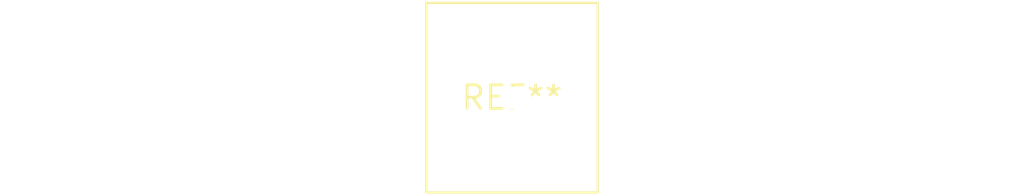
<source format=kicad_pcb>
(kicad_pcb (version 20240108) (generator pcbnew)
  (layers (0 "F.Cu" signal) (31 "B.Cu" signal) (34 "B.Paste" user) (35 "F.Paste" user) (36 "B.SilkS" user "B.Silkscreen") (37 "F.SilkS" user "F.Silkscreen") (38 "B.Mask" user) (39 "F.Mask" user) (44 "Edge.Cuts" user))
  (net 0 "")
  (footprint "R_Radial_Power_L9.0mm_W10.0mm_Px2.70mm_Py2.30mm" (layer "F.Cu") (at 0 0)
    (property "Reference" "REF**")
    (property "Value" "R_Radial_Power_L9.0mm_W10.0mm_Px2.70mm_Py2.30mm")
    (fp_line (start -4.62 -5.12) (end -4.62 5.12) (layer "F.SilkS") (stroke (width 0.12)))
    (fp_line (start -4.62 -5.12) (end 4.62 -5.12) (layer "F.SilkS") (stroke (width 0.12)))
    (fp_line (start -4.62 5.12) (end 4.62 5.12) (layer "F.SilkS") (stroke (width 0.12)))
    (fp_line (start 4.62 -5.12) (end 4.62 5.12) (layer "F.SilkS") (stroke (width 0.12)))
    (pad "1" thru_hole circle (at 0 0) (size 2.4 2.4) (drill 1.2) (layers *.Cu *.Mask) (remove_unused_layers))
    (pad "2" thru_hole circle (at 2.7 -2.3) (size 2.4 2.4) (drill 1.2) (layers *.Cu *.Mask) (remove_unused_layers))
  )
)
</source>
